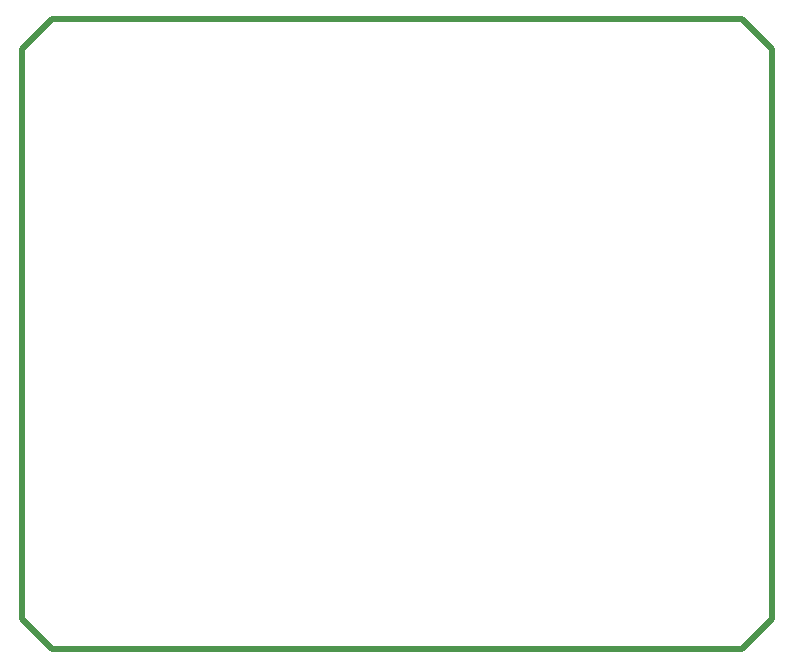
<source format=gko>
G04*
G04 #@! TF.GenerationSoftware,Altium Limited,Altium Designer,21.6.4 (81)*
G04*
G04 Layer_Color=16711935*
%FSLAX25Y25*%
%MOIN*%
G70*
G04*
G04 #@! TF.SameCoordinates,79665CF2-DF80-4226-BAFE-3DB74E170362*
G04*
G04*
G04 #@! TF.FilePolarity,Positive*
G04*
G01*
G75*
%ADD14C,0.02000*%
D14*
X0Y10000D02*
Y200000D01*
X10000Y210000D01*
X240000D01*
X250000Y200000D01*
Y10000D02*
Y200000D01*
X240000Y0D02*
X250000Y10000D01*
X10000Y0D02*
X240000D01*
X0Y10000D02*
X10000Y0D01*
M02*

</source>
